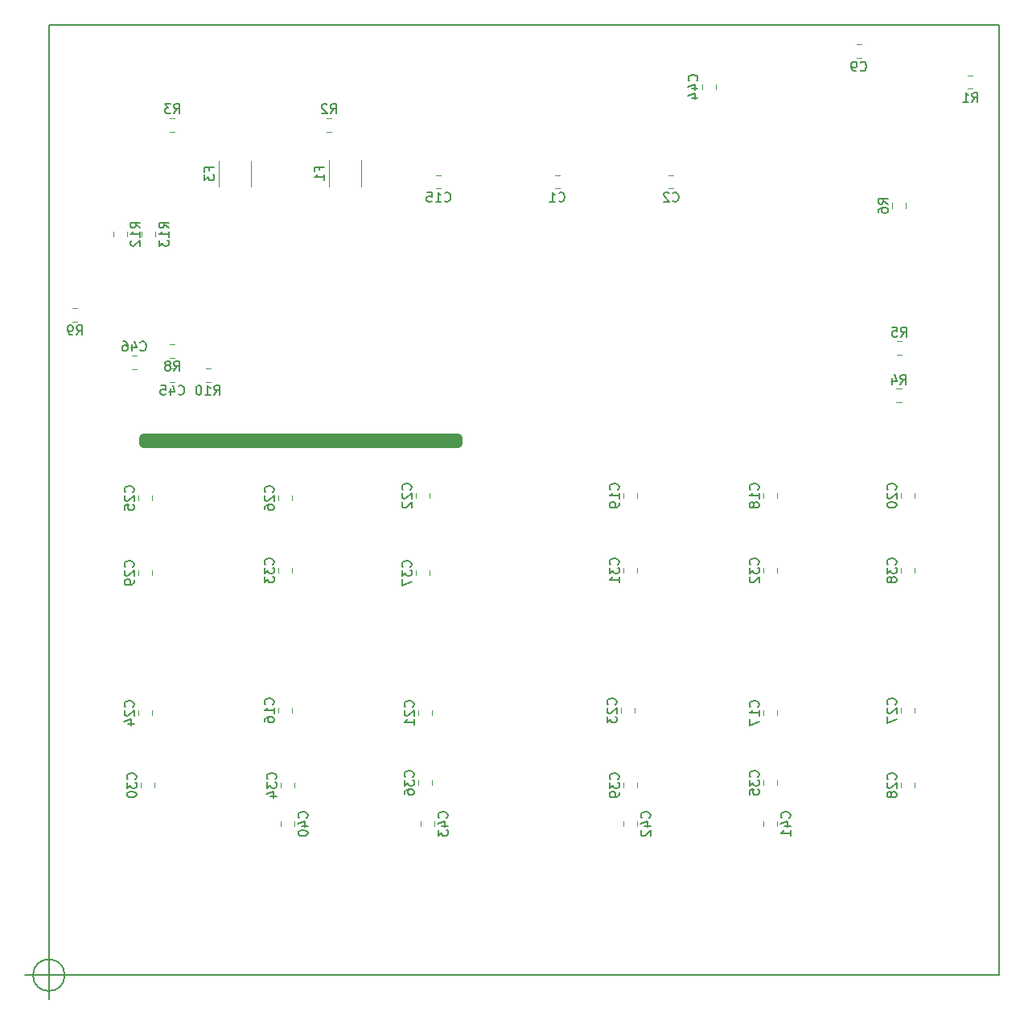
<source format=gbr>
%TF.GenerationSoftware,KiCad,Pcbnew,(5.0.0)*%
%TF.CreationDate,2019-01-09T00:45:42+01:00*%
%TF.ProjectId,KicadEuropower,4B696361644575726F706F7765722E6B,Rev A*%
%TF.SameCoordinates,Original*%
%TF.FileFunction,Legend,Bot*%
%TF.FilePolarity,Positive*%
%FSLAX46Y46*%
G04 Gerber Fmt 4.6, Leading zero omitted, Abs format (unit mm)*
G04 Created by KiCad (PCBNEW (5.0.0)) date 01/09/19 00:45:42*
%MOMM*%
%LPD*%
G01*
G04 APERTURE LIST*
%ADD10C,1.000000*%
%ADD11C,0.150000*%
%ADD12C,0.200000*%
%ADD13C,0.120000*%
G04 APERTURE END LIST*
D10*
X10000000Y-44000000D02*
X10000000Y-43500000D01*
X43000000Y-44000000D02*
X10000000Y-44000000D01*
X43000000Y-43500000D02*
X43000000Y-44000000D01*
X10000000Y-43500000D02*
X43000000Y-43500000D01*
D11*
X1666666Y-100000000D02*
G75*
G03X1666666Y-100000000I-1666666J0D01*
G01*
X-2500000Y-100000000D02*
X2500000Y-100000000D01*
X0Y-97500000D02*
X0Y-102500000D01*
D12*
X100000000Y0D02*
X0Y0D01*
X100000000Y-100000000D02*
X100000000Y0D01*
X0Y-100000000D02*
X100000000Y-100000000D01*
X0Y0D02*
X0Y-100000000D01*
D13*
X32910000Y-14213748D02*
X32910000Y-16986252D01*
X29490000Y-14213748D02*
X29490000Y-16986252D01*
X53238748Y-15790000D02*
X53761252Y-15790000D01*
X53238748Y-17210000D02*
X53761252Y-17210000D01*
X65238748Y-15790000D02*
X65761252Y-15790000D01*
X65238748Y-17210000D02*
X65761252Y-17210000D01*
X40763748Y-15790000D02*
X41286252Y-15790000D01*
X40763748Y-17210000D02*
X41286252Y-17210000D01*
X25602000Y-71874748D02*
X25602000Y-72397252D01*
X24182000Y-71874748D02*
X24182000Y-72397252D01*
X76656000Y-72128748D02*
X76656000Y-72651252D01*
X75236000Y-72128748D02*
X75236000Y-72651252D01*
X76656000Y-49268748D02*
X76656000Y-49791252D01*
X75236000Y-49268748D02*
X75236000Y-49791252D01*
X61924000Y-49268748D02*
X61924000Y-49791252D01*
X60504000Y-49268748D02*
X60504000Y-49791252D01*
X91134000Y-49268748D02*
X91134000Y-49791252D01*
X89714000Y-49268748D02*
X89714000Y-49791252D01*
X40334000Y-72128748D02*
X40334000Y-72651252D01*
X38914000Y-72128748D02*
X38914000Y-72651252D01*
X40080000Y-49277748D02*
X40080000Y-49800252D01*
X38660000Y-49277748D02*
X38660000Y-49800252D01*
X61670000Y-71883748D02*
X61670000Y-72406252D01*
X60250000Y-71883748D02*
X60250000Y-72406252D01*
X9450000Y-72137748D02*
X9450000Y-72660252D01*
X10870000Y-72137748D02*
X10870000Y-72660252D01*
X9450000Y-49531748D02*
X9450000Y-50054252D01*
X10870000Y-49531748D02*
X10870000Y-50054252D01*
X24182000Y-49522748D02*
X24182000Y-50045252D01*
X25602000Y-49522748D02*
X25602000Y-50045252D01*
X89714000Y-71883748D02*
X89714000Y-72406252D01*
X91134000Y-71883748D02*
X91134000Y-72406252D01*
X89714000Y-79757748D02*
X89714000Y-80280252D01*
X91134000Y-79757748D02*
X91134000Y-80280252D01*
X9450000Y-57396748D02*
X9450000Y-57919252D01*
X10870000Y-57396748D02*
X10870000Y-57919252D01*
X9704000Y-79748748D02*
X9704000Y-80271252D01*
X11124000Y-79748748D02*
X11124000Y-80271252D01*
X60504000Y-57142748D02*
X60504000Y-57665252D01*
X61924000Y-57142748D02*
X61924000Y-57665252D01*
X75236000Y-57142748D02*
X75236000Y-57665252D01*
X76656000Y-57142748D02*
X76656000Y-57665252D01*
X24182000Y-57142748D02*
X24182000Y-57665252D01*
X25602000Y-57142748D02*
X25602000Y-57665252D01*
X24436000Y-79738748D02*
X24436000Y-80261252D01*
X25856000Y-79738748D02*
X25856000Y-80261252D01*
X75236000Y-79494748D02*
X75236000Y-80017252D01*
X76656000Y-79494748D02*
X76656000Y-80017252D01*
X38914000Y-79494748D02*
X38914000Y-80017252D01*
X40334000Y-79494748D02*
X40334000Y-80017252D01*
X40080000Y-57396748D02*
X40080000Y-57919252D01*
X38660000Y-57396748D02*
X38660000Y-57919252D01*
X89714000Y-57142748D02*
X89714000Y-57665252D01*
X91134000Y-57142748D02*
X91134000Y-57665252D01*
X61924000Y-79748748D02*
X61924000Y-80271252D01*
X60504000Y-79748748D02*
X60504000Y-80271252D01*
X25856000Y-84335252D02*
X25856000Y-83812748D01*
X24436000Y-84335252D02*
X24436000Y-83812748D01*
X75236000Y-84335252D02*
X75236000Y-83812748D01*
X76656000Y-84335252D02*
X76656000Y-83812748D01*
X61924000Y-84335252D02*
X61924000Y-83812748D01*
X60504000Y-84335252D02*
X60504000Y-83812748D01*
X17890000Y-14254694D02*
X17890000Y-17027198D01*
X21310000Y-14254694D02*
X21310000Y-17027198D01*
X96738748Y-5290000D02*
X97261252Y-5290000D01*
X96738748Y-6710000D02*
X97261252Y-6710000D01*
X29736252Y-9790000D02*
X29213748Y-9790000D01*
X29736252Y-11210000D02*
X29213748Y-11210000D01*
X13261252Y-9790000D02*
X12738748Y-9790000D01*
X13261252Y-11210000D02*
X12738748Y-11210000D01*
X89736252Y-38290000D02*
X89213748Y-38290000D01*
X89736252Y-39710000D02*
X89213748Y-39710000D01*
X89761252Y-34710000D02*
X89238748Y-34710000D01*
X89761252Y-33290000D02*
X89238748Y-33290000D01*
X90210000Y-18738748D02*
X90210000Y-19261252D01*
X88790000Y-18738748D02*
X88790000Y-19261252D01*
X40588000Y-84335252D02*
X40588000Y-83812748D01*
X39168000Y-84335252D02*
X39168000Y-83812748D01*
X70210000Y-6238748D02*
X70210000Y-6761252D01*
X68790000Y-6238748D02*
X68790000Y-6761252D01*
X84988748Y-3460000D02*
X85511252Y-3460000D01*
X84988748Y-2040000D02*
X85511252Y-2040000D01*
X12738748Y-35000000D02*
X13261252Y-35000000D01*
X12738748Y-33580000D02*
X13261252Y-33580000D01*
X2488748Y-31210000D02*
X3011252Y-31210000D01*
X2488748Y-29790000D02*
X3011252Y-29790000D01*
X16493748Y-36120000D02*
X17016252Y-36120000D01*
X16493748Y-37540000D02*
X17016252Y-37540000D01*
X12738748Y-37540000D02*
X13261252Y-37540000D01*
X12738748Y-36120000D02*
X13261252Y-36120000D01*
X9236252Y-36210000D02*
X8713748Y-36210000D01*
X9236252Y-34790000D02*
X8713748Y-34790000D01*
X6790000Y-22261252D02*
X6790000Y-21738748D01*
X8210000Y-22261252D02*
X8210000Y-21738748D01*
X11210000Y-22261252D02*
X11210000Y-21738748D01*
X9790000Y-22261252D02*
X9790000Y-21738748D01*
D11*
X28478571Y-15266666D02*
X28478571Y-14933333D01*
X29002380Y-14933333D02*
X28002380Y-14933333D01*
X28002380Y-15409523D01*
X29002380Y-16314285D02*
X29002380Y-15742857D01*
X29002380Y-16028571D02*
X28002380Y-16028571D01*
X28145238Y-15933333D01*
X28240476Y-15838095D01*
X28288095Y-15742857D01*
X53666666Y-18507142D02*
X53714285Y-18554761D01*
X53857142Y-18602380D01*
X53952380Y-18602380D01*
X54095238Y-18554761D01*
X54190476Y-18459523D01*
X54238095Y-18364285D01*
X54285714Y-18173809D01*
X54285714Y-18030952D01*
X54238095Y-17840476D01*
X54190476Y-17745238D01*
X54095238Y-17650000D01*
X53952380Y-17602380D01*
X53857142Y-17602380D01*
X53714285Y-17650000D01*
X53666666Y-17697619D01*
X52714285Y-18602380D02*
X53285714Y-18602380D01*
X53000000Y-18602380D02*
X53000000Y-17602380D01*
X53095238Y-17745238D01*
X53190476Y-17840476D01*
X53285714Y-17888095D01*
X65666666Y-18507142D02*
X65714285Y-18554761D01*
X65857142Y-18602380D01*
X65952380Y-18602380D01*
X66095238Y-18554761D01*
X66190476Y-18459523D01*
X66238095Y-18364285D01*
X66285714Y-18173809D01*
X66285714Y-18030952D01*
X66238095Y-17840476D01*
X66190476Y-17745238D01*
X66095238Y-17650000D01*
X65952380Y-17602380D01*
X65857142Y-17602380D01*
X65714285Y-17650000D01*
X65666666Y-17697619D01*
X65285714Y-17697619D02*
X65238095Y-17650000D01*
X65142857Y-17602380D01*
X64904761Y-17602380D01*
X64809523Y-17650000D01*
X64761904Y-17697619D01*
X64714285Y-17792857D01*
X64714285Y-17888095D01*
X64761904Y-18030952D01*
X65333333Y-18602380D01*
X64714285Y-18602380D01*
X41667857Y-18507142D02*
X41715476Y-18554761D01*
X41858333Y-18602380D01*
X41953571Y-18602380D01*
X42096428Y-18554761D01*
X42191666Y-18459523D01*
X42239285Y-18364285D01*
X42286904Y-18173809D01*
X42286904Y-18030952D01*
X42239285Y-17840476D01*
X42191666Y-17745238D01*
X42096428Y-17650000D01*
X41953571Y-17602380D01*
X41858333Y-17602380D01*
X41715476Y-17650000D01*
X41667857Y-17697619D01*
X40715476Y-18602380D02*
X41286904Y-18602380D01*
X41001190Y-18602380D02*
X41001190Y-17602380D01*
X41096428Y-17745238D01*
X41191666Y-17840476D01*
X41286904Y-17888095D01*
X39810714Y-17602380D02*
X40286904Y-17602380D01*
X40334523Y-18078571D01*
X40286904Y-18030952D01*
X40191666Y-17983333D01*
X39953571Y-17983333D01*
X39858333Y-18030952D01*
X39810714Y-18078571D01*
X39763095Y-18173809D01*
X39763095Y-18411904D01*
X39810714Y-18507142D01*
X39858333Y-18554761D01*
X39953571Y-18602380D01*
X40191666Y-18602380D01*
X40286904Y-18554761D01*
X40334523Y-18507142D01*
X23599142Y-71493142D02*
X23646761Y-71445523D01*
X23694380Y-71302666D01*
X23694380Y-71207428D01*
X23646761Y-71064571D01*
X23551523Y-70969333D01*
X23456285Y-70921714D01*
X23265809Y-70874095D01*
X23122952Y-70874095D01*
X22932476Y-70921714D01*
X22837238Y-70969333D01*
X22742000Y-71064571D01*
X22694380Y-71207428D01*
X22694380Y-71302666D01*
X22742000Y-71445523D01*
X22789619Y-71493142D01*
X23694380Y-72445523D02*
X23694380Y-71874095D01*
X23694380Y-72159809D02*
X22694380Y-72159809D01*
X22837238Y-72064571D01*
X22932476Y-71969333D01*
X22980095Y-71874095D01*
X22694380Y-73302666D02*
X22694380Y-73112190D01*
X22742000Y-73016952D01*
X22789619Y-72969333D01*
X22932476Y-72874095D01*
X23122952Y-72826476D01*
X23503904Y-72826476D01*
X23599142Y-72874095D01*
X23646761Y-72921714D01*
X23694380Y-73016952D01*
X23694380Y-73207428D01*
X23646761Y-73302666D01*
X23599142Y-73350285D01*
X23503904Y-73397904D01*
X23265809Y-73397904D01*
X23170571Y-73350285D01*
X23122952Y-73302666D01*
X23075333Y-73207428D01*
X23075333Y-73016952D01*
X23122952Y-72921714D01*
X23170571Y-72874095D01*
X23265809Y-72826476D01*
X74653142Y-71747142D02*
X74700761Y-71699523D01*
X74748380Y-71556666D01*
X74748380Y-71461428D01*
X74700761Y-71318571D01*
X74605523Y-71223333D01*
X74510285Y-71175714D01*
X74319809Y-71128095D01*
X74176952Y-71128095D01*
X73986476Y-71175714D01*
X73891238Y-71223333D01*
X73796000Y-71318571D01*
X73748380Y-71461428D01*
X73748380Y-71556666D01*
X73796000Y-71699523D01*
X73843619Y-71747142D01*
X74748380Y-72699523D02*
X74748380Y-72128095D01*
X74748380Y-72413809D02*
X73748380Y-72413809D01*
X73891238Y-72318571D01*
X73986476Y-72223333D01*
X74034095Y-72128095D01*
X73748380Y-73032857D02*
X73748380Y-73699523D01*
X74748380Y-73270952D01*
X74653142Y-48887142D02*
X74700761Y-48839523D01*
X74748380Y-48696666D01*
X74748380Y-48601428D01*
X74700761Y-48458571D01*
X74605523Y-48363333D01*
X74510285Y-48315714D01*
X74319809Y-48268095D01*
X74176952Y-48268095D01*
X73986476Y-48315714D01*
X73891238Y-48363333D01*
X73796000Y-48458571D01*
X73748380Y-48601428D01*
X73748380Y-48696666D01*
X73796000Y-48839523D01*
X73843619Y-48887142D01*
X74748380Y-49839523D02*
X74748380Y-49268095D01*
X74748380Y-49553809D02*
X73748380Y-49553809D01*
X73891238Y-49458571D01*
X73986476Y-49363333D01*
X74034095Y-49268095D01*
X74176952Y-50410952D02*
X74129333Y-50315714D01*
X74081714Y-50268095D01*
X73986476Y-50220476D01*
X73938857Y-50220476D01*
X73843619Y-50268095D01*
X73796000Y-50315714D01*
X73748380Y-50410952D01*
X73748380Y-50601428D01*
X73796000Y-50696666D01*
X73843619Y-50744285D01*
X73938857Y-50791904D01*
X73986476Y-50791904D01*
X74081714Y-50744285D01*
X74129333Y-50696666D01*
X74176952Y-50601428D01*
X74176952Y-50410952D01*
X74224571Y-50315714D01*
X74272190Y-50268095D01*
X74367428Y-50220476D01*
X74557904Y-50220476D01*
X74653142Y-50268095D01*
X74700761Y-50315714D01*
X74748380Y-50410952D01*
X74748380Y-50601428D01*
X74700761Y-50696666D01*
X74653142Y-50744285D01*
X74557904Y-50791904D01*
X74367428Y-50791904D01*
X74272190Y-50744285D01*
X74224571Y-50696666D01*
X74176952Y-50601428D01*
X59921142Y-48887142D02*
X59968761Y-48839523D01*
X60016380Y-48696666D01*
X60016380Y-48601428D01*
X59968761Y-48458571D01*
X59873523Y-48363333D01*
X59778285Y-48315714D01*
X59587809Y-48268095D01*
X59444952Y-48268095D01*
X59254476Y-48315714D01*
X59159238Y-48363333D01*
X59064000Y-48458571D01*
X59016380Y-48601428D01*
X59016380Y-48696666D01*
X59064000Y-48839523D01*
X59111619Y-48887142D01*
X60016380Y-49839523D02*
X60016380Y-49268095D01*
X60016380Y-49553809D02*
X59016380Y-49553809D01*
X59159238Y-49458571D01*
X59254476Y-49363333D01*
X59302095Y-49268095D01*
X60016380Y-50315714D02*
X60016380Y-50506190D01*
X59968761Y-50601428D01*
X59921142Y-50649047D01*
X59778285Y-50744285D01*
X59587809Y-50791904D01*
X59206857Y-50791904D01*
X59111619Y-50744285D01*
X59064000Y-50696666D01*
X59016380Y-50601428D01*
X59016380Y-50410952D01*
X59064000Y-50315714D01*
X59111619Y-50268095D01*
X59206857Y-50220476D01*
X59444952Y-50220476D01*
X59540190Y-50268095D01*
X59587809Y-50315714D01*
X59635428Y-50410952D01*
X59635428Y-50601428D01*
X59587809Y-50696666D01*
X59540190Y-50744285D01*
X59444952Y-50791904D01*
X89131142Y-48887142D02*
X89178761Y-48839523D01*
X89226380Y-48696666D01*
X89226380Y-48601428D01*
X89178761Y-48458571D01*
X89083523Y-48363333D01*
X88988285Y-48315714D01*
X88797809Y-48268095D01*
X88654952Y-48268095D01*
X88464476Y-48315714D01*
X88369238Y-48363333D01*
X88274000Y-48458571D01*
X88226380Y-48601428D01*
X88226380Y-48696666D01*
X88274000Y-48839523D01*
X88321619Y-48887142D01*
X88321619Y-49268095D02*
X88274000Y-49315714D01*
X88226380Y-49410952D01*
X88226380Y-49649047D01*
X88274000Y-49744285D01*
X88321619Y-49791904D01*
X88416857Y-49839523D01*
X88512095Y-49839523D01*
X88654952Y-49791904D01*
X89226380Y-49220476D01*
X89226380Y-49839523D01*
X88226380Y-50458571D02*
X88226380Y-50553809D01*
X88274000Y-50649047D01*
X88321619Y-50696666D01*
X88416857Y-50744285D01*
X88607333Y-50791904D01*
X88845428Y-50791904D01*
X89035904Y-50744285D01*
X89131142Y-50696666D01*
X89178761Y-50649047D01*
X89226380Y-50553809D01*
X89226380Y-50458571D01*
X89178761Y-50363333D01*
X89131142Y-50315714D01*
X89035904Y-50268095D01*
X88845428Y-50220476D01*
X88607333Y-50220476D01*
X88416857Y-50268095D01*
X88321619Y-50315714D01*
X88274000Y-50363333D01*
X88226380Y-50458571D01*
X38331142Y-71747142D02*
X38378761Y-71699523D01*
X38426380Y-71556666D01*
X38426380Y-71461428D01*
X38378761Y-71318571D01*
X38283523Y-71223333D01*
X38188285Y-71175714D01*
X37997809Y-71128095D01*
X37854952Y-71128095D01*
X37664476Y-71175714D01*
X37569238Y-71223333D01*
X37474000Y-71318571D01*
X37426380Y-71461428D01*
X37426380Y-71556666D01*
X37474000Y-71699523D01*
X37521619Y-71747142D01*
X37521619Y-72128095D02*
X37474000Y-72175714D01*
X37426380Y-72270952D01*
X37426380Y-72509047D01*
X37474000Y-72604285D01*
X37521619Y-72651904D01*
X37616857Y-72699523D01*
X37712095Y-72699523D01*
X37854952Y-72651904D01*
X38426380Y-72080476D01*
X38426380Y-72699523D01*
X38426380Y-73651904D02*
X38426380Y-73080476D01*
X38426380Y-73366190D02*
X37426380Y-73366190D01*
X37569238Y-73270952D01*
X37664476Y-73175714D01*
X37712095Y-73080476D01*
X38077142Y-48896142D02*
X38124761Y-48848523D01*
X38172380Y-48705666D01*
X38172380Y-48610428D01*
X38124761Y-48467571D01*
X38029523Y-48372333D01*
X37934285Y-48324714D01*
X37743809Y-48277095D01*
X37600952Y-48277095D01*
X37410476Y-48324714D01*
X37315238Y-48372333D01*
X37220000Y-48467571D01*
X37172380Y-48610428D01*
X37172380Y-48705666D01*
X37220000Y-48848523D01*
X37267619Y-48896142D01*
X37267619Y-49277095D02*
X37220000Y-49324714D01*
X37172380Y-49419952D01*
X37172380Y-49658047D01*
X37220000Y-49753285D01*
X37267619Y-49800904D01*
X37362857Y-49848523D01*
X37458095Y-49848523D01*
X37600952Y-49800904D01*
X38172380Y-49229476D01*
X38172380Y-49848523D01*
X37267619Y-50229476D02*
X37220000Y-50277095D01*
X37172380Y-50372333D01*
X37172380Y-50610428D01*
X37220000Y-50705666D01*
X37267619Y-50753285D01*
X37362857Y-50800904D01*
X37458095Y-50800904D01*
X37600952Y-50753285D01*
X38172380Y-50181857D01*
X38172380Y-50800904D01*
X59667142Y-71502142D02*
X59714761Y-71454523D01*
X59762380Y-71311666D01*
X59762380Y-71216428D01*
X59714761Y-71073571D01*
X59619523Y-70978333D01*
X59524285Y-70930714D01*
X59333809Y-70883095D01*
X59190952Y-70883095D01*
X59000476Y-70930714D01*
X58905238Y-70978333D01*
X58810000Y-71073571D01*
X58762380Y-71216428D01*
X58762380Y-71311666D01*
X58810000Y-71454523D01*
X58857619Y-71502142D01*
X58857619Y-71883095D02*
X58810000Y-71930714D01*
X58762380Y-72025952D01*
X58762380Y-72264047D01*
X58810000Y-72359285D01*
X58857619Y-72406904D01*
X58952857Y-72454523D01*
X59048095Y-72454523D01*
X59190952Y-72406904D01*
X59762380Y-71835476D01*
X59762380Y-72454523D01*
X58762380Y-72787857D02*
X58762380Y-73406904D01*
X59143333Y-73073571D01*
X59143333Y-73216428D01*
X59190952Y-73311666D01*
X59238571Y-73359285D01*
X59333809Y-73406904D01*
X59571904Y-73406904D01*
X59667142Y-73359285D01*
X59714761Y-73311666D01*
X59762380Y-73216428D01*
X59762380Y-72930714D01*
X59714761Y-72835476D01*
X59667142Y-72787857D01*
X8867142Y-71756142D02*
X8914761Y-71708523D01*
X8962380Y-71565666D01*
X8962380Y-71470428D01*
X8914761Y-71327571D01*
X8819523Y-71232333D01*
X8724285Y-71184714D01*
X8533809Y-71137095D01*
X8390952Y-71137095D01*
X8200476Y-71184714D01*
X8105238Y-71232333D01*
X8010000Y-71327571D01*
X7962380Y-71470428D01*
X7962380Y-71565666D01*
X8010000Y-71708523D01*
X8057619Y-71756142D01*
X8057619Y-72137095D02*
X8010000Y-72184714D01*
X7962380Y-72279952D01*
X7962380Y-72518047D01*
X8010000Y-72613285D01*
X8057619Y-72660904D01*
X8152857Y-72708523D01*
X8248095Y-72708523D01*
X8390952Y-72660904D01*
X8962380Y-72089476D01*
X8962380Y-72708523D01*
X8295714Y-73565666D02*
X8962380Y-73565666D01*
X7914761Y-73327571D02*
X8629047Y-73089476D01*
X8629047Y-73708523D01*
X8867142Y-49150142D02*
X8914761Y-49102523D01*
X8962380Y-48959666D01*
X8962380Y-48864428D01*
X8914761Y-48721571D01*
X8819523Y-48626333D01*
X8724285Y-48578714D01*
X8533809Y-48531095D01*
X8390952Y-48531095D01*
X8200476Y-48578714D01*
X8105238Y-48626333D01*
X8010000Y-48721571D01*
X7962380Y-48864428D01*
X7962380Y-48959666D01*
X8010000Y-49102523D01*
X8057619Y-49150142D01*
X8057619Y-49531095D02*
X8010000Y-49578714D01*
X7962380Y-49673952D01*
X7962380Y-49912047D01*
X8010000Y-50007285D01*
X8057619Y-50054904D01*
X8152857Y-50102523D01*
X8248095Y-50102523D01*
X8390952Y-50054904D01*
X8962380Y-49483476D01*
X8962380Y-50102523D01*
X7962380Y-51007285D02*
X7962380Y-50531095D01*
X8438571Y-50483476D01*
X8390952Y-50531095D01*
X8343333Y-50626333D01*
X8343333Y-50864428D01*
X8390952Y-50959666D01*
X8438571Y-51007285D01*
X8533809Y-51054904D01*
X8771904Y-51054904D01*
X8867142Y-51007285D01*
X8914761Y-50959666D01*
X8962380Y-50864428D01*
X8962380Y-50626333D01*
X8914761Y-50531095D01*
X8867142Y-50483476D01*
X23599142Y-49141142D02*
X23646761Y-49093523D01*
X23694380Y-48950666D01*
X23694380Y-48855428D01*
X23646761Y-48712571D01*
X23551523Y-48617333D01*
X23456285Y-48569714D01*
X23265809Y-48522095D01*
X23122952Y-48522095D01*
X22932476Y-48569714D01*
X22837238Y-48617333D01*
X22742000Y-48712571D01*
X22694380Y-48855428D01*
X22694380Y-48950666D01*
X22742000Y-49093523D01*
X22789619Y-49141142D01*
X22789619Y-49522095D02*
X22742000Y-49569714D01*
X22694380Y-49664952D01*
X22694380Y-49903047D01*
X22742000Y-49998285D01*
X22789619Y-50045904D01*
X22884857Y-50093523D01*
X22980095Y-50093523D01*
X23122952Y-50045904D01*
X23694380Y-49474476D01*
X23694380Y-50093523D01*
X22694380Y-50950666D02*
X22694380Y-50760190D01*
X22742000Y-50664952D01*
X22789619Y-50617333D01*
X22932476Y-50522095D01*
X23122952Y-50474476D01*
X23503904Y-50474476D01*
X23599142Y-50522095D01*
X23646761Y-50569714D01*
X23694380Y-50664952D01*
X23694380Y-50855428D01*
X23646761Y-50950666D01*
X23599142Y-50998285D01*
X23503904Y-51045904D01*
X23265809Y-51045904D01*
X23170571Y-50998285D01*
X23122952Y-50950666D01*
X23075333Y-50855428D01*
X23075333Y-50664952D01*
X23122952Y-50569714D01*
X23170571Y-50522095D01*
X23265809Y-50474476D01*
X89131142Y-71502142D02*
X89178761Y-71454523D01*
X89226380Y-71311666D01*
X89226380Y-71216428D01*
X89178761Y-71073571D01*
X89083523Y-70978333D01*
X88988285Y-70930714D01*
X88797809Y-70883095D01*
X88654952Y-70883095D01*
X88464476Y-70930714D01*
X88369238Y-70978333D01*
X88274000Y-71073571D01*
X88226380Y-71216428D01*
X88226380Y-71311666D01*
X88274000Y-71454523D01*
X88321619Y-71502142D01*
X88321619Y-71883095D02*
X88274000Y-71930714D01*
X88226380Y-72025952D01*
X88226380Y-72264047D01*
X88274000Y-72359285D01*
X88321619Y-72406904D01*
X88416857Y-72454523D01*
X88512095Y-72454523D01*
X88654952Y-72406904D01*
X89226380Y-71835476D01*
X89226380Y-72454523D01*
X88226380Y-72787857D02*
X88226380Y-73454523D01*
X89226380Y-73025952D01*
X89131142Y-79376142D02*
X89178761Y-79328523D01*
X89226380Y-79185666D01*
X89226380Y-79090428D01*
X89178761Y-78947571D01*
X89083523Y-78852333D01*
X88988285Y-78804714D01*
X88797809Y-78757095D01*
X88654952Y-78757095D01*
X88464476Y-78804714D01*
X88369238Y-78852333D01*
X88274000Y-78947571D01*
X88226380Y-79090428D01*
X88226380Y-79185666D01*
X88274000Y-79328523D01*
X88321619Y-79376142D01*
X88321619Y-79757095D02*
X88274000Y-79804714D01*
X88226380Y-79899952D01*
X88226380Y-80138047D01*
X88274000Y-80233285D01*
X88321619Y-80280904D01*
X88416857Y-80328523D01*
X88512095Y-80328523D01*
X88654952Y-80280904D01*
X89226380Y-79709476D01*
X89226380Y-80328523D01*
X88654952Y-80899952D02*
X88607333Y-80804714D01*
X88559714Y-80757095D01*
X88464476Y-80709476D01*
X88416857Y-80709476D01*
X88321619Y-80757095D01*
X88274000Y-80804714D01*
X88226380Y-80899952D01*
X88226380Y-81090428D01*
X88274000Y-81185666D01*
X88321619Y-81233285D01*
X88416857Y-81280904D01*
X88464476Y-81280904D01*
X88559714Y-81233285D01*
X88607333Y-81185666D01*
X88654952Y-81090428D01*
X88654952Y-80899952D01*
X88702571Y-80804714D01*
X88750190Y-80757095D01*
X88845428Y-80709476D01*
X89035904Y-80709476D01*
X89131142Y-80757095D01*
X89178761Y-80804714D01*
X89226380Y-80899952D01*
X89226380Y-81090428D01*
X89178761Y-81185666D01*
X89131142Y-81233285D01*
X89035904Y-81280904D01*
X88845428Y-81280904D01*
X88750190Y-81233285D01*
X88702571Y-81185666D01*
X88654952Y-81090428D01*
X8867142Y-57015142D02*
X8914761Y-56967523D01*
X8962380Y-56824666D01*
X8962380Y-56729428D01*
X8914761Y-56586571D01*
X8819523Y-56491333D01*
X8724285Y-56443714D01*
X8533809Y-56396095D01*
X8390952Y-56396095D01*
X8200476Y-56443714D01*
X8105238Y-56491333D01*
X8010000Y-56586571D01*
X7962380Y-56729428D01*
X7962380Y-56824666D01*
X8010000Y-56967523D01*
X8057619Y-57015142D01*
X8057619Y-57396095D02*
X8010000Y-57443714D01*
X7962380Y-57538952D01*
X7962380Y-57777047D01*
X8010000Y-57872285D01*
X8057619Y-57919904D01*
X8152857Y-57967523D01*
X8248095Y-57967523D01*
X8390952Y-57919904D01*
X8962380Y-57348476D01*
X8962380Y-57967523D01*
X8962380Y-58443714D02*
X8962380Y-58634190D01*
X8914761Y-58729428D01*
X8867142Y-58777047D01*
X8724285Y-58872285D01*
X8533809Y-58919904D01*
X8152857Y-58919904D01*
X8057619Y-58872285D01*
X8010000Y-58824666D01*
X7962380Y-58729428D01*
X7962380Y-58538952D01*
X8010000Y-58443714D01*
X8057619Y-58396095D01*
X8152857Y-58348476D01*
X8390952Y-58348476D01*
X8486190Y-58396095D01*
X8533809Y-58443714D01*
X8581428Y-58538952D01*
X8581428Y-58729428D01*
X8533809Y-58824666D01*
X8486190Y-58872285D01*
X8390952Y-58919904D01*
X9121142Y-79367142D02*
X9168761Y-79319523D01*
X9216380Y-79176666D01*
X9216380Y-79081428D01*
X9168761Y-78938571D01*
X9073523Y-78843333D01*
X8978285Y-78795714D01*
X8787809Y-78748095D01*
X8644952Y-78748095D01*
X8454476Y-78795714D01*
X8359238Y-78843333D01*
X8264000Y-78938571D01*
X8216380Y-79081428D01*
X8216380Y-79176666D01*
X8264000Y-79319523D01*
X8311619Y-79367142D01*
X8216380Y-79700476D02*
X8216380Y-80319523D01*
X8597333Y-79986190D01*
X8597333Y-80129047D01*
X8644952Y-80224285D01*
X8692571Y-80271904D01*
X8787809Y-80319523D01*
X9025904Y-80319523D01*
X9121142Y-80271904D01*
X9168761Y-80224285D01*
X9216380Y-80129047D01*
X9216380Y-79843333D01*
X9168761Y-79748095D01*
X9121142Y-79700476D01*
X8216380Y-80938571D02*
X8216380Y-81033809D01*
X8264000Y-81129047D01*
X8311619Y-81176666D01*
X8406857Y-81224285D01*
X8597333Y-81271904D01*
X8835428Y-81271904D01*
X9025904Y-81224285D01*
X9121142Y-81176666D01*
X9168761Y-81129047D01*
X9216380Y-81033809D01*
X9216380Y-80938571D01*
X9168761Y-80843333D01*
X9121142Y-80795714D01*
X9025904Y-80748095D01*
X8835428Y-80700476D01*
X8597333Y-80700476D01*
X8406857Y-80748095D01*
X8311619Y-80795714D01*
X8264000Y-80843333D01*
X8216380Y-80938571D01*
X59921142Y-56761142D02*
X59968761Y-56713523D01*
X60016380Y-56570666D01*
X60016380Y-56475428D01*
X59968761Y-56332571D01*
X59873523Y-56237333D01*
X59778285Y-56189714D01*
X59587809Y-56142095D01*
X59444952Y-56142095D01*
X59254476Y-56189714D01*
X59159238Y-56237333D01*
X59064000Y-56332571D01*
X59016380Y-56475428D01*
X59016380Y-56570666D01*
X59064000Y-56713523D01*
X59111619Y-56761142D01*
X59016380Y-57094476D02*
X59016380Y-57713523D01*
X59397333Y-57380190D01*
X59397333Y-57523047D01*
X59444952Y-57618285D01*
X59492571Y-57665904D01*
X59587809Y-57713523D01*
X59825904Y-57713523D01*
X59921142Y-57665904D01*
X59968761Y-57618285D01*
X60016380Y-57523047D01*
X60016380Y-57237333D01*
X59968761Y-57142095D01*
X59921142Y-57094476D01*
X60016380Y-58665904D02*
X60016380Y-58094476D01*
X60016380Y-58380190D02*
X59016380Y-58380190D01*
X59159238Y-58284952D01*
X59254476Y-58189714D01*
X59302095Y-58094476D01*
X74653142Y-56761142D02*
X74700761Y-56713523D01*
X74748380Y-56570666D01*
X74748380Y-56475428D01*
X74700761Y-56332571D01*
X74605523Y-56237333D01*
X74510285Y-56189714D01*
X74319809Y-56142095D01*
X74176952Y-56142095D01*
X73986476Y-56189714D01*
X73891238Y-56237333D01*
X73796000Y-56332571D01*
X73748380Y-56475428D01*
X73748380Y-56570666D01*
X73796000Y-56713523D01*
X73843619Y-56761142D01*
X73748380Y-57094476D02*
X73748380Y-57713523D01*
X74129333Y-57380190D01*
X74129333Y-57523047D01*
X74176952Y-57618285D01*
X74224571Y-57665904D01*
X74319809Y-57713523D01*
X74557904Y-57713523D01*
X74653142Y-57665904D01*
X74700761Y-57618285D01*
X74748380Y-57523047D01*
X74748380Y-57237333D01*
X74700761Y-57142095D01*
X74653142Y-57094476D01*
X73843619Y-58094476D02*
X73796000Y-58142095D01*
X73748380Y-58237333D01*
X73748380Y-58475428D01*
X73796000Y-58570666D01*
X73843619Y-58618285D01*
X73938857Y-58665904D01*
X74034095Y-58665904D01*
X74176952Y-58618285D01*
X74748380Y-58046857D01*
X74748380Y-58665904D01*
X23599142Y-56761142D02*
X23646761Y-56713523D01*
X23694380Y-56570666D01*
X23694380Y-56475428D01*
X23646761Y-56332571D01*
X23551523Y-56237333D01*
X23456285Y-56189714D01*
X23265809Y-56142095D01*
X23122952Y-56142095D01*
X22932476Y-56189714D01*
X22837238Y-56237333D01*
X22742000Y-56332571D01*
X22694380Y-56475428D01*
X22694380Y-56570666D01*
X22742000Y-56713523D01*
X22789619Y-56761142D01*
X22694380Y-57094476D02*
X22694380Y-57713523D01*
X23075333Y-57380190D01*
X23075333Y-57523047D01*
X23122952Y-57618285D01*
X23170571Y-57665904D01*
X23265809Y-57713523D01*
X23503904Y-57713523D01*
X23599142Y-57665904D01*
X23646761Y-57618285D01*
X23694380Y-57523047D01*
X23694380Y-57237333D01*
X23646761Y-57142095D01*
X23599142Y-57094476D01*
X22694380Y-58046857D02*
X22694380Y-58665904D01*
X23075333Y-58332571D01*
X23075333Y-58475428D01*
X23122952Y-58570666D01*
X23170571Y-58618285D01*
X23265809Y-58665904D01*
X23503904Y-58665904D01*
X23599142Y-58618285D01*
X23646761Y-58570666D01*
X23694380Y-58475428D01*
X23694380Y-58189714D01*
X23646761Y-58094476D01*
X23599142Y-58046857D01*
X23853142Y-79357142D02*
X23900761Y-79309523D01*
X23948380Y-79166666D01*
X23948380Y-79071428D01*
X23900761Y-78928571D01*
X23805523Y-78833333D01*
X23710285Y-78785714D01*
X23519809Y-78738095D01*
X23376952Y-78738095D01*
X23186476Y-78785714D01*
X23091238Y-78833333D01*
X22996000Y-78928571D01*
X22948380Y-79071428D01*
X22948380Y-79166666D01*
X22996000Y-79309523D01*
X23043619Y-79357142D01*
X22948380Y-79690476D02*
X22948380Y-80309523D01*
X23329333Y-79976190D01*
X23329333Y-80119047D01*
X23376952Y-80214285D01*
X23424571Y-80261904D01*
X23519809Y-80309523D01*
X23757904Y-80309523D01*
X23853142Y-80261904D01*
X23900761Y-80214285D01*
X23948380Y-80119047D01*
X23948380Y-79833333D01*
X23900761Y-79738095D01*
X23853142Y-79690476D01*
X23281714Y-81166666D02*
X23948380Y-81166666D01*
X22900761Y-80928571D02*
X23615047Y-80690476D01*
X23615047Y-81309523D01*
X74653142Y-79113142D02*
X74700761Y-79065523D01*
X74748380Y-78922666D01*
X74748380Y-78827428D01*
X74700761Y-78684571D01*
X74605523Y-78589333D01*
X74510285Y-78541714D01*
X74319809Y-78494095D01*
X74176952Y-78494095D01*
X73986476Y-78541714D01*
X73891238Y-78589333D01*
X73796000Y-78684571D01*
X73748380Y-78827428D01*
X73748380Y-78922666D01*
X73796000Y-79065523D01*
X73843619Y-79113142D01*
X73748380Y-79446476D02*
X73748380Y-80065523D01*
X74129333Y-79732190D01*
X74129333Y-79875047D01*
X74176952Y-79970285D01*
X74224571Y-80017904D01*
X74319809Y-80065523D01*
X74557904Y-80065523D01*
X74653142Y-80017904D01*
X74700761Y-79970285D01*
X74748380Y-79875047D01*
X74748380Y-79589333D01*
X74700761Y-79494095D01*
X74653142Y-79446476D01*
X73748380Y-80970285D02*
X73748380Y-80494095D01*
X74224571Y-80446476D01*
X74176952Y-80494095D01*
X74129333Y-80589333D01*
X74129333Y-80827428D01*
X74176952Y-80922666D01*
X74224571Y-80970285D01*
X74319809Y-81017904D01*
X74557904Y-81017904D01*
X74653142Y-80970285D01*
X74700761Y-80922666D01*
X74748380Y-80827428D01*
X74748380Y-80589333D01*
X74700761Y-80494095D01*
X74653142Y-80446476D01*
X38331142Y-79113142D02*
X38378761Y-79065523D01*
X38426380Y-78922666D01*
X38426380Y-78827428D01*
X38378761Y-78684571D01*
X38283523Y-78589333D01*
X38188285Y-78541714D01*
X37997809Y-78494095D01*
X37854952Y-78494095D01*
X37664476Y-78541714D01*
X37569238Y-78589333D01*
X37474000Y-78684571D01*
X37426380Y-78827428D01*
X37426380Y-78922666D01*
X37474000Y-79065523D01*
X37521619Y-79113142D01*
X37426380Y-79446476D02*
X37426380Y-80065523D01*
X37807333Y-79732190D01*
X37807333Y-79875047D01*
X37854952Y-79970285D01*
X37902571Y-80017904D01*
X37997809Y-80065523D01*
X38235904Y-80065523D01*
X38331142Y-80017904D01*
X38378761Y-79970285D01*
X38426380Y-79875047D01*
X38426380Y-79589333D01*
X38378761Y-79494095D01*
X38331142Y-79446476D01*
X37426380Y-80922666D02*
X37426380Y-80732190D01*
X37474000Y-80636952D01*
X37521619Y-80589333D01*
X37664476Y-80494095D01*
X37854952Y-80446476D01*
X38235904Y-80446476D01*
X38331142Y-80494095D01*
X38378761Y-80541714D01*
X38426380Y-80636952D01*
X38426380Y-80827428D01*
X38378761Y-80922666D01*
X38331142Y-80970285D01*
X38235904Y-81017904D01*
X37997809Y-81017904D01*
X37902571Y-80970285D01*
X37854952Y-80922666D01*
X37807333Y-80827428D01*
X37807333Y-80636952D01*
X37854952Y-80541714D01*
X37902571Y-80494095D01*
X37997809Y-80446476D01*
X38077142Y-57015142D02*
X38124761Y-56967523D01*
X38172380Y-56824666D01*
X38172380Y-56729428D01*
X38124761Y-56586571D01*
X38029523Y-56491333D01*
X37934285Y-56443714D01*
X37743809Y-56396095D01*
X37600952Y-56396095D01*
X37410476Y-56443714D01*
X37315238Y-56491333D01*
X37220000Y-56586571D01*
X37172380Y-56729428D01*
X37172380Y-56824666D01*
X37220000Y-56967523D01*
X37267619Y-57015142D01*
X37172380Y-57348476D02*
X37172380Y-57967523D01*
X37553333Y-57634190D01*
X37553333Y-57777047D01*
X37600952Y-57872285D01*
X37648571Y-57919904D01*
X37743809Y-57967523D01*
X37981904Y-57967523D01*
X38077142Y-57919904D01*
X38124761Y-57872285D01*
X38172380Y-57777047D01*
X38172380Y-57491333D01*
X38124761Y-57396095D01*
X38077142Y-57348476D01*
X37172380Y-58300857D02*
X37172380Y-58967523D01*
X38172380Y-58538952D01*
X89131142Y-56761142D02*
X89178761Y-56713523D01*
X89226380Y-56570666D01*
X89226380Y-56475428D01*
X89178761Y-56332571D01*
X89083523Y-56237333D01*
X88988285Y-56189714D01*
X88797809Y-56142095D01*
X88654952Y-56142095D01*
X88464476Y-56189714D01*
X88369238Y-56237333D01*
X88274000Y-56332571D01*
X88226380Y-56475428D01*
X88226380Y-56570666D01*
X88274000Y-56713523D01*
X88321619Y-56761142D01*
X88226380Y-57094476D02*
X88226380Y-57713523D01*
X88607333Y-57380190D01*
X88607333Y-57523047D01*
X88654952Y-57618285D01*
X88702571Y-57665904D01*
X88797809Y-57713523D01*
X89035904Y-57713523D01*
X89131142Y-57665904D01*
X89178761Y-57618285D01*
X89226380Y-57523047D01*
X89226380Y-57237333D01*
X89178761Y-57142095D01*
X89131142Y-57094476D01*
X88654952Y-58284952D02*
X88607333Y-58189714D01*
X88559714Y-58142095D01*
X88464476Y-58094476D01*
X88416857Y-58094476D01*
X88321619Y-58142095D01*
X88274000Y-58189714D01*
X88226380Y-58284952D01*
X88226380Y-58475428D01*
X88274000Y-58570666D01*
X88321619Y-58618285D01*
X88416857Y-58665904D01*
X88464476Y-58665904D01*
X88559714Y-58618285D01*
X88607333Y-58570666D01*
X88654952Y-58475428D01*
X88654952Y-58284952D01*
X88702571Y-58189714D01*
X88750190Y-58142095D01*
X88845428Y-58094476D01*
X89035904Y-58094476D01*
X89131142Y-58142095D01*
X89178761Y-58189714D01*
X89226380Y-58284952D01*
X89226380Y-58475428D01*
X89178761Y-58570666D01*
X89131142Y-58618285D01*
X89035904Y-58665904D01*
X88845428Y-58665904D01*
X88750190Y-58618285D01*
X88702571Y-58570666D01*
X88654952Y-58475428D01*
X59921142Y-79367142D02*
X59968761Y-79319523D01*
X60016380Y-79176666D01*
X60016380Y-79081428D01*
X59968761Y-78938571D01*
X59873523Y-78843333D01*
X59778285Y-78795714D01*
X59587809Y-78748095D01*
X59444952Y-78748095D01*
X59254476Y-78795714D01*
X59159238Y-78843333D01*
X59064000Y-78938571D01*
X59016380Y-79081428D01*
X59016380Y-79176666D01*
X59064000Y-79319523D01*
X59111619Y-79367142D01*
X59016380Y-79700476D02*
X59016380Y-80319523D01*
X59397333Y-79986190D01*
X59397333Y-80129047D01*
X59444952Y-80224285D01*
X59492571Y-80271904D01*
X59587809Y-80319523D01*
X59825904Y-80319523D01*
X59921142Y-80271904D01*
X59968761Y-80224285D01*
X60016380Y-80129047D01*
X60016380Y-79843333D01*
X59968761Y-79748095D01*
X59921142Y-79700476D01*
X60016380Y-80795714D02*
X60016380Y-80986190D01*
X59968761Y-81081428D01*
X59921142Y-81129047D01*
X59778285Y-81224285D01*
X59587809Y-81271904D01*
X59206857Y-81271904D01*
X59111619Y-81224285D01*
X59064000Y-81176666D01*
X59016380Y-81081428D01*
X59016380Y-80890952D01*
X59064000Y-80795714D01*
X59111619Y-80748095D01*
X59206857Y-80700476D01*
X59444952Y-80700476D01*
X59540190Y-80748095D01*
X59587809Y-80795714D01*
X59635428Y-80890952D01*
X59635428Y-81081428D01*
X59587809Y-81176666D01*
X59540190Y-81224285D01*
X59444952Y-81271904D01*
X27153142Y-83431142D02*
X27200761Y-83383523D01*
X27248380Y-83240666D01*
X27248380Y-83145428D01*
X27200761Y-83002571D01*
X27105523Y-82907333D01*
X27010285Y-82859714D01*
X26819809Y-82812095D01*
X26676952Y-82812095D01*
X26486476Y-82859714D01*
X26391238Y-82907333D01*
X26296000Y-83002571D01*
X26248380Y-83145428D01*
X26248380Y-83240666D01*
X26296000Y-83383523D01*
X26343619Y-83431142D01*
X26581714Y-84288285D02*
X27248380Y-84288285D01*
X26200761Y-84050190D02*
X26915047Y-83812095D01*
X26915047Y-84431142D01*
X26248380Y-85002571D02*
X26248380Y-85097809D01*
X26296000Y-85193047D01*
X26343619Y-85240666D01*
X26438857Y-85288285D01*
X26629333Y-85335904D01*
X26867428Y-85335904D01*
X27057904Y-85288285D01*
X27153142Y-85240666D01*
X27200761Y-85193047D01*
X27248380Y-85097809D01*
X27248380Y-85002571D01*
X27200761Y-84907333D01*
X27153142Y-84859714D01*
X27057904Y-84812095D01*
X26867428Y-84764476D01*
X26629333Y-84764476D01*
X26438857Y-84812095D01*
X26343619Y-84859714D01*
X26296000Y-84907333D01*
X26248380Y-85002571D01*
X77953142Y-83431142D02*
X78000761Y-83383523D01*
X78048380Y-83240666D01*
X78048380Y-83145428D01*
X78000761Y-83002571D01*
X77905523Y-82907333D01*
X77810285Y-82859714D01*
X77619809Y-82812095D01*
X77476952Y-82812095D01*
X77286476Y-82859714D01*
X77191238Y-82907333D01*
X77096000Y-83002571D01*
X77048380Y-83145428D01*
X77048380Y-83240666D01*
X77096000Y-83383523D01*
X77143619Y-83431142D01*
X77381714Y-84288285D02*
X78048380Y-84288285D01*
X77000761Y-84050190D02*
X77715047Y-83812095D01*
X77715047Y-84431142D01*
X78048380Y-85335904D02*
X78048380Y-84764476D01*
X78048380Y-85050190D02*
X77048380Y-85050190D01*
X77191238Y-84954952D01*
X77286476Y-84859714D01*
X77334095Y-84764476D01*
X63221142Y-83431142D02*
X63268761Y-83383523D01*
X63316380Y-83240666D01*
X63316380Y-83145428D01*
X63268761Y-83002571D01*
X63173523Y-82907333D01*
X63078285Y-82859714D01*
X62887809Y-82812095D01*
X62744952Y-82812095D01*
X62554476Y-82859714D01*
X62459238Y-82907333D01*
X62364000Y-83002571D01*
X62316380Y-83145428D01*
X62316380Y-83240666D01*
X62364000Y-83383523D01*
X62411619Y-83431142D01*
X62649714Y-84288285D02*
X63316380Y-84288285D01*
X62268761Y-84050190D02*
X62983047Y-83812095D01*
X62983047Y-84431142D01*
X62411619Y-84764476D02*
X62364000Y-84812095D01*
X62316380Y-84907333D01*
X62316380Y-85145428D01*
X62364000Y-85240666D01*
X62411619Y-85288285D01*
X62506857Y-85335904D01*
X62602095Y-85335904D01*
X62744952Y-85288285D01*
X63316380Y-84716857D01*
X63316380Y-85335904D01*
X16878571Y-15307612D02*
X16878571Y-14974279D01*
X17402380Y-14974279D02*
X16402380Y-14974279D01*
X16402380Y-15450469D01*
X16402380Y-15736184D02*
X16402380Y-16355231D01*
X16783333Y-16021898D01*
X16783333Y-16164755D01*
X16830952Y-16259993D01*
X16878571Y-16307612D01*
X16973809Y-16355231D01*
X17211904Y-16355231D01*
X17307142Y-16307612D01*
X17354761Y-16259993D01*
X17402380Y-16164755D01*
X17402380Y-15879041D01*
X17354761Y-15783803D01*
X17307142Y-15736184D01*
X97166666Y-8102380D02*
X97500000Y-7626190D01*
X97738095Y-8102380D02*
X97738095Y-7102380D01*
X97357142Y-7102380D01*
X97261904Y-7150000D01*
X97214285Y-7197619D01*
X97166666Y-7292857D01*
X97166666Y-7435714D01*
X97214285Y-7530952D01*
X97261904Y-7578571D01*
X97357142Y-7626190D01*
X97738095Y-7626190D01*
X96214285Y-8102380D02*
X96785714Y-8102380D01*
X96500000Y-8102380D02*
X96500000Y-7102380D01*
X96595238Y-7245238D01*
X96690476Y-7340476D01*
X96785714Y-7388095D01*
X29641666Y-9302380D02*
X29975000Y-8826190D01*
X30213095Y-9302380D02*
X30213095Y-8302380D01*
X29832142Y-8302380D01*
X29736904Y-8350000D01*
X29689285Y-8397619D01*
X29641666Y-8492857D01*
X29641666Y-8635714D01*
X29689285Y-8730952D01*
X29736904Y-8778571D01*
X29832142Y-8826190D01*
X30213095Y-8826190D01*
X29260714Y-8397619D02*
X29213095Y-8350000D01*
X29117857Y-8302380D01*
X28879761Y-8302380D01*
X28784523Y-8350000D01*
X28736904Y-8397619D01*
X28689285Y-8492857D01*
X28689285Y-8588095D01*
X28736904Y-8730952D01*
X29308333Y-9302380D01*
X28689285Y-9302380D01*
X13166666Y-9302380D02*
X13500000Y-8826190D01*
X13738095Y-9302380D02*
X13738095Y-8302380D01*
X13357142Y-8302380D01*
X13261904Y-8350000D01*
X13214285Y-8397619D01*
X13166666Y-8492857D01*
X13166666Y-8635714D01*
X13214285Y-8730952D01*
X13261904Y-8778571D01*
X13357142Y-8826190D01*
X13738095Y-8826190D01*
X12833333Y-8302380D02*
X12214285Y-8302380D01*
X12547619Y-8683333D01*
X12404761Y-8683333D01*
X12309523Y-8730952D01*
X12261904Y-8778571D01*
X12214285Y-8873809D01*
X12214285Y-9111904D01*
X12261904Y-9207142D01*
X12309523Y-9254761D01*
X12404761Y-9302380D01*
X12690476Y-9302380D01*
X12785714Y-9254761D01*
X12833333Y-9207142D01*
X89641666Y-37802380D02*
X89975000Y-37326190D01*
X90213095Y-37802380D02*
X90213095Y-36802380D01*
X89832142Y-36802380D01*
X89736904Y-36850000D01*
X89689285Y-36897619D01*
X89641666Y-36992857D01*
X89641666Y-37135714D01*
X89689285Y-37230952D01*
X89736904Y-37278571D01*
X89832142Y-37326190D01*
X90213095Y-37326190D01*
X88784523Y-37135714D02*
X88784523Y-37802380D01*
X89022619Y-36754761D02*
X89260714Y-37469047D01*
X88641666Y-37469047D01*
X89666666Y-32802380D02*
X90000000Y-32326190D01*
X90238095Y-32802380D02*
X90238095Y-31802380D01*
X89857142Y-31802380D01*
X89761904Y-31850000D01*
X89714285Y-31897619D01*
X89666666Y-31992857D01*
X89666666Y-32135714D01*
X89714285Y-32230952D01*
X89761904Y-32278571D01*
X89857142Y-32326190D01*
X90238095Y-32326190D01*
X88761904Y-31802380D02*
X89238095Y-31802380D01*
X89285714Y-32278571D01*
X89238095Y-32230952D01*
X89142857Y-32183333D01*
X88904761Y-32183333D01*
X88809523Y-32230952D01*
X88761904Y-32278571D01*
X88714285Y-32373809D01*
X88714285Y-32611904D01*
X88761904Y-32707142D01*
X88809523Y-32754761D01*
X88904761Y-32802380D01*
X89142857Y-32802380D01*
X89238095Y-32754761D01*
X89285714Y-32707142D01*
X88302380Y-18833333D02*
X87826190Y-18500000D01*
X88302380Y-18261904D02*
X87302380Y-18261904D01*
X87302380Y-18642857D01*
X87350000Y-18738095D01*
X87397619Y-18785714D01*
X87492857Y-18833333D01*
X87635714Y-18833333D01*
X87730952Y-18785714D01*
X87778571Y-18738095D01*
X87826190Y-18642857D01*
X87826190Y-18261904D01*
X87302380Y-19690476D02*
X87302380Y-19500000D01*
X87350000Y-19404761D01*
X87397619Y-19357142D01*
X87540476Y-19261904D01*
X87730952Y-19214285D01*
X88111904Y-19214285D01*
X88207142Y-19261904D01*
X88254761Y-19309523D01*
X88302380Y-19404761D01*
X88302380Y-19595238D01*
X88254761Y-19690476D01*
X88207142Y-19738095D01*
X88111904Y-19785714D01*
X87873809Y-19785714D01*
X87778571Y-19738095D01*
X87730952Y-19690476D01*
X87683333Y-19595238D01*
X87683333Y-19404761D01*
X87730952Y-19309523D01*
X87778571Y-19261904D01*
X87873809Y-19214285D01*
X41885142Y-83431142D02*
X41932761Y-83383523D01*
X41980380Y-83240666D01*
X41980380Y-83145428D01*
X41932761Y-83002571D01*
X41837523Y-82907333D01*
X41742285Y-82859714D01*
X41551809Y-82812095D01*
X41408952Y-82812095D01*
X41218476Y-82859714D01*
X41123238Y-82907333D01*
X41028000Y-83002571D01*
X40980380Y-83145428D01*
X40980380Y-83240666D01*
X41028000Y-83383523D01*
X41075619Y-83431142D01*
X41313714Y-84288285D02*
X41980380Y-84288285D01*
X40932761Y-84050190D02*
X41647047Y-83812095D01*
X41647047Y-84431142D01*
X40980380Y-84716857D02*
X40980380Y-85335904D01*
X41361333Y-85002571D01*
X41361333Y-85145428D01*
X41408952Y-85240666D01*
X41456571Y-85288285D01*
X41551809Y-85335904D01*
X41789904Y-85335904D01*
X41885142Y-85288285D01*
X41932761Y-85240666D01*
X41980380Y-85145428D01*
X41980380Y-84859714D01*
X41932761Y-84764476D01*
X41885142Y-84716857D01*
X68207142Y-5857142D02*
X68254761Y-5809523D01*
X68302380Y-5666666D01*
X68302380Y-5571428D01*
X68254761Y-5428571D01*
X68159523Y-5333333D01*
X68064285Y-5285714D01*
X67873809Y-5238095D01*
X67730952Y-5238095D01*
X67540476Y-5285714D01*
X67445238Y-5333333D01*
X67350000Y-5428571D01*
X67302380Y-5571428D01*
X67302380Y-5666666D01*
X67350000Y-5809523D01*
X67397619Y-5857142D01*
X67635714Y-6714285D02*
X68302380Y-6714285D01*
X67254761Y-6476190D02*
X67969047Y-6238095D01*
X67969047Y-6857142D01*
X67635714Y-7666666D02*
X68302380Y-7666666D01*
X67254761Y-7428571D02*
X67969047Y-7190476D01*
X67969047Y-7809523D01*
X85416666Y-4757142D02*
X85464285Y-4804761D01*
X85607142Y-4852380D01*
X85702380Y-4852380D01*
X85845238Y-4804761D01*
X85940476Y-4709523D01*
X85988095Y-4614285D01*
X86035714Y-4423809D01*
X86035714Y-4280952D01*
X85988095Y-4090476D01*
X85940476Y-3995238D01*
X85845238Y-3900000D01*
X85702380Y-3852380D01*
X85607142Y-3852380D01*
X85464285Y-3900000D01*
X85416666Y-3947619D01*
X84940476Y-4852380D02*
X84750000Y-4852380D01*
X84654761Y-4804761D01*
X84607142Y-4757142D01*
X84511904Y-4614285D01*
X84464285Y-4423809D01*
X84464285Y-4042857D01*
X84511904Y-3947619D01*
X84559523Y-3900000D01*
X84654761Y-3852380D01*
X84845238Y-3852380D01*
X84940476Y-3900000D01*
X84988095Y-3947619D01*
X85035714Y-4042857D01*
X85035714Y-4280952D01*
X84988095Y-4376190D01*
X84940476Y-4423809D01*
X84845238Y-4471428D01*
X84654761Y-4471428D01*
X84559523Y-4423809D01*
X84511904Y-4376190D01*
X84464285Y-4280952D01*
X13166666Y-36392380D02*
X13500000Y-35916190D01*
X13738095Y-36392380D02*
X13738095Y-35392380D01*
X13357142Y-35392380D01*
X13261904Y-35440000D01*
X13214285Y-35487619D01*
X13166666Y-35582857D01*
X13166666Y-35725714D01*
X13214285Y-35820952D01*
X13261904Y-35868571D01*
X13357142Y-35916190D01*
X13738095Y-35916190D01*
X12595238Y-35820952D02*
X12690476Y-35773333D01*
X12738095Y-35725714D01*
X12785714Y-35630476D01*
X12785714Y-35582857D01*
X12738095Y-35487619D01*
X12690476Y-35440000D01*
X12595238Y-35392380D01*
X12404761Y-35392380D01*
X12309523Y-35440000D01*
X12261904Y-35487619D01*
X12214285Y-35582857D01*
X12214285Y-35630476D01*
X12261904Y-35725714D01*
X12309523Y-35773333D01*
X12404761Y-35820952D01*
X12595238Y-35820952D01*
X12690476Y-35868571D01*
X12738095Y-35916190D01*
X12785714Y-36011428D01*
X12785714Y-36201904D01*
X12738095Y-36297142D01*
X12690476Y-36344761D01*
X12595238Y-36392380D01*
X12404761Y-36392380D01*
X12309523Y-36344761D01*
X12261904Y-36297142D01*
X12214285Y-36201904D01*
X12214285Y-36011428D01*
X12261904Y-35916190D01*
X12309523Y-35868571D01*
X12404761Y-35820952D01*
X2916666Y-32602380D02*
X3250000Y-32126190D01*
X3488095Y-32602380D02*
X3488095Y-31602380D01*
X3107142Y-31602380D01*
X3011904Y-31650000D01*
X2964285Y-31697619D01*
X2916666Y-31792857D01*
X2916666Y-31935714D01*
X2964285Y-32030952D01*
X3011904Y-32078571D01*
X3107142Y-32126190D01*
X3488095Y-32126190D01*
X2440476Y-32602380D02*
X2250000Y-32602380D01*
X2154761Y-32554761D01*
X2107142Y-32507142D01*
X2011904Y-32364285D01*
X1964285Y-32173809D01*
X1964285Y-31792857D01*
X2011904Y-31697619D01*
X2059523Y-31650000D01*
X2154761Y-31602380D01*
X2345238Y-31602380D01*
X2440476Y-31650000D01*
X2488095Y-31697619D01*
X2535714Y-31792857D01*
X2535714Y-32030952D01*
X2488095Y-32126190D01*
X2440476Y-32173809D01*
X2345238Y-32221428D01*
X2154761Y-32221428D01*
X2059523Y-32173809D01*
X2011904Y-32126190D01*
X1964285Y-32030952D01*
X17397857Y-38932380D02*
X17731190Y-38456190D01*
X17969285Y-38932380D02*
X17969285Y-37932380D01*
X17588333Y-37932380D01*
X17493095Y-37980000D01*
X17445476Y-38027619D01*
X17397857Y-38122857D01*
X17397857Y-38265714D01*
X17445476Y-38360952D01*
X17493095Y-38408571D01*
X17588333Y-38456190D01*
X17969285Y-38456190D01*
X16445476Y-38932380D02*
X17016904Y-38932380D01*
X16731190Y-38932380D02*
X16731190Y-37932380D01*
X16826428Y-38075238D01*
X16921666Y-38170476D01*
X17016904Y-38218095D01*
X15826428Y-37932380D02*
X15731190Y-37932380D01*
X15635952Y-37980000D01*
X15588333Y-38027619D01*
X15540714Y-38122857D01*
X15493095Y-38313333D01*
X15493095Y-38551428D01*
X15540714Y-38741904D01*
X15588333Y-38837142D01*
X15635952Y-38884761D01*
X15731190Y-38932380D01*
X15826428Y-38932380D01*
X15921666Y-38884761D01*
X15969285Y-38837142D01*
X16016904Y-38741904D01*
X16064523Y-38551428D01*
X16064523Y-38313333D01*
X16016904Y-38122857D01*
X15969285Y-38027619D01*
X15921666Y-37980000D01*
X15826428Y-37932380D01*
X13642857Y-38837142D02*
X13690476Y-38884761D01*
X13833333Y-38932380D01*
X13928571Y-38932380D01*
X14071428Y-38884761D01*
X14166666Y-38789523D01*
X14214285Y-38694285D01*
X14261904Y-38503809D01*
X14261904Y-38360952D01*
X14214285Y-38170476D01*
X14166666Y-38075238D01*
X14071428Y-37980000D01*
X13928571Y-37932380D01*
X13833333Y-37932380D01*
X13690476Y-37980000D01*
X13642857Y-38027619D01*
X12785714Y-38265714D02*
X12785714Y-38932380D01*
X13023809Y-37884761D02*
X13261904Y-38599047D01*
X12642857Y-38599047D01*
X11785714Y-37932380D02*
X12261904Y-37932380D01*
X12309523Y-38408571D01*
X12261904Y-38360952D01*
X12166666Y-38313333D01*
X11928571Y-38313333D01*
X11833333Y-38360952D01*
X11785714Y-38408571D01*
X11738095Y-38503809D01*
X11738095Y-38741904D01*
X11785714Y-38837142D01*
X11833333Y-38884761D01*
X11928571Y-38932380D01*
X12166666Y-38932380D01*
X12261904Y-38884761D01*
X12309523Y-38837142D01*
X9617857Y-34207142D02*
X9665476Y-34254761D01*
X9808333Y-34302380D01*
X9903571Y-34302380D01*
X10046428Y-34254761D01*
X10141666Y-34159523D01*
X10189285Y-34064285D01*
X10236904Y-33873809D01*
X10236904Y-33730952D01*
X10189285Y-33540476D01*
X10141666Y-33445238D01*
X10046428Y-33350000D01*
X9903571Y-33302380D01*
X9808333Y-33302380D01*
X9665476Y-33350000D01*
X9617857Y-33397619D01*
X8760714Y-33635714D02*
X8760714Y-34302380D01*
X8998809Y-33254761D02*
X9236904Y-33969047D01*
X8617857Y-33969047D01*
X7808333Y-33302380D02*
X7998809Y-33302380D01*
X8094047Y-33350000D01*
X8141666Y-33397619D01*
X8236904Y-33540476D01*
X8284523Y-33730952D01*
X8284523Y-34111904D01*
X8236904Y-34207142D01*
X8189285Y-34254761D01*
X8094047Y-34302380D01*
X7903571Y-34302380D01*
X7808333Y-34254761D01*
X7760714Y-34207142D01*
X7713095Y-34111904D01*
X7713095Y-33873809D01*
X7760714Y-33778571D01*
X7808333Y-33730952D01*
X7903571Y-33683333D01*
X8094047Y-33683333D01*
X8189285Y-33730952D01*
X8236904Y-33778571D01*
X8284523Y-33873809D01*
X9602380Y-21357142D02*
X9126190Y-21023809D01*
X9602380Y-20785714D02*
X8602380Y-20785714D01*
X8602380Y-21166666D01*
X8650000Y-21261904D01*
X8697619Y-21309523D01*
X8792857Y-21357142D01*
X8935714Y-21357142D01*
X9030952Y-21309523D01*
X9078571Y-21261904D01*
X9126190Y-21166666D01*
X9126190Y-20785714D01*
X9602380Y-22309523D02*
X9602380Y-21738095D01*
X9602380Y-22023809D02*
X8602380Y-22023809D01*
X8745238Y-21928571D01*
X8840476Y-21833333D01*
X8888095Y-21738095D01*
X8697619Y-22690476D02*
X8650000Y-22738095D01*
X8602380Y-22833333D01*
X8602380Y-23071428D01*
X8650000Y-23166666D01*
X8697619Y-23214285D01*
X8792857Y-23261904D01*
X8888095Y-23261904D01*
X9030952Y-23214285D01*
X9602380Y-22642857D01*
X9602380Y-23261904D01*
X12602380Y-21357142D02*
X12126190Y-21023809D01*
X12602380Y-20785714D02*
X11602380Y-20785714D01*
X11602380Y-21166666D01*
X11650000Y-21261904D01*
X11697619Y-21309523D01*
X11792857Y-21357142D01*
X11935714Y-21357142D01*
X12030952Y-21309523D01*
X12078571Y-21261904D01*
X12126190Y-21166666D01*
X12126190Y-20785714D01*
X12602380Y-22309523D02*
X12602380Y-21738095D01*
X12602380Y-22023809D02*
X11602380Y-22023809D01*
X11745238Y-21928571D01*
X11840476Y-21833333D01*
X11888095Y-21738095D01*
X11602380Y-22642857D02*
X11602380Y-23261904D01*
X11983333Y-22928571D01*
X11983333Y-23071428D01*
X12030952Y-23166666D01*
X12078571Y-23214285D01*
X12173809Y-23261904D01*
X12411904Y-23261904D01*
X12507142Y-23214285D01*
X12554761Y-23166666D01*
X12602380Y-23071428D01*
X12602380Y-22785714D01*
X12554761Y-22690476D01*
X12507142Y-22642857D01*
M02*

</source>
